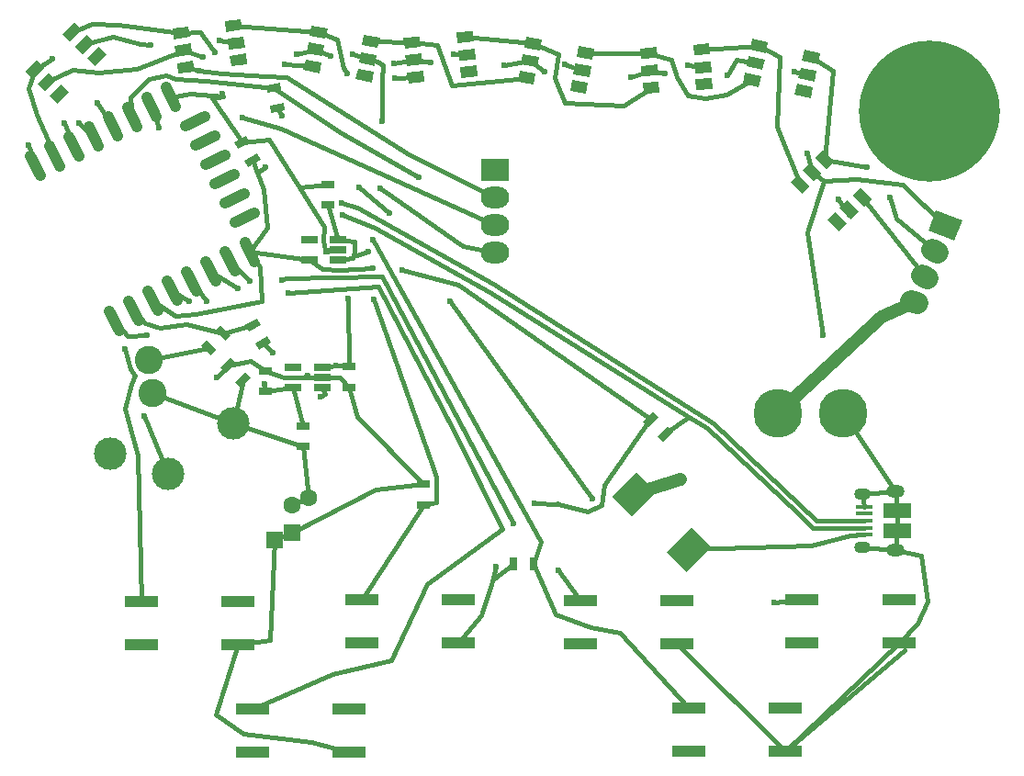
<source format=gtl>
G04 #@! TF.FileFunction,Copper,L1,Top,Signal*
%FSLAX46Y46*%
G04 Gerber Fmt 4.6, Leading zero omitted, Abs format (unit mm)*
G04 Created by KiCad (PCBNEW 4.0.7-e2-6376~58~ubuntu16.04.1) date Tue Mar 27 00:42:42 2018*
%MOMM*%
%LPD*%
G01*
G04 APERTURE LIST*
%ADD10C,0.100000*%
%ADD11R,1.300000X0.700000*%
%ADD12C,1.000000*%
%ADD13C,3.000000*%
%ADD14C,2.600000*%
%ADD15C,2.000000*%
%ADD16R,1.600000X1.600000*%
%ADD17C,1.600000*%
%ADD18R,0.700000X1.300000*%
%ADD19R,1.560000X0.650000*%
%ADD20R,3.100000X1.000000*%
%ADD21C,4.500000*%
%ADD22R,1.650000X0.400000*%
%ADD23O,1.500000X1.100000*%
%ADD24O,1.700000X1.200000*%
%ADD25R,2.500000X1.430000*%
%ADD26C,13.000000*%
%ADD27R,2.600000X2.000000*%
%ADD28O,2.600000X2.000000*%
%ADD29C,0.600000*%
%ADD30C,0.381000*%
%ADD31C,1.143000*%
G04 APERTURE END LIST*
D10*
D11*
X113460000Y-66660000D03*
X113460000Y-64760000D03*
D10*
G36*
X109369619Y-60591142D02*
X110288858Y-61510381D01*
X109793883Y-62005356D01*
X108874644Y-61086117D01*
X109369619Y-60591142D01*
X109369619Y-60591142D01*
G37*
G36*
X108026117Y-61934644D02*
X108945356Y-62853883D01*
X108450381Y-63348858D01*
X107531142Y-62429619D01*
X108026117Y-61934644D01*
X108026117Y-61934644D01*
G37*
G36*
X112128858Y-65389619D02*
X111209619Y-66308858D01*
X110714644Y-65813883D01*
X111633883Y-64894644D01*
X112128858Y-65389619D01*
X112128858Y-65389619D01*
G37*
G36*
X110785356Y-64046117D02*
X109866117Y-64965356D01*
X109371142Y-64470381D01*
X110290381Y-63551142D01*
X110785356Y-64046117D01*
X110785356Y-64046117D01*
G37*
D11*
X121170000Y-64400000D03*
X121170000Y-66300000D03*
D10*
G36*
X113032917Y-45340833D02*
X111907083Y-45990833D01*
X111557083Y-45384615D01*
X112682917Y-44734615D01*
X113032917Y-45340833D01*
X113032917Y-45340833D01*
G37*
G36*
X112082917Y-43695385D02*
X110957083Y-44345385D01*
X110607083Y-43739167D01*
X111732917Y-43089167D01*
X112082917Y-43695385D01*
X112082917Y-43695385D01*
G37*
D11*
X119220000Y-49510000D03*
X119220000Y-47610000D03*
D12*
X100012894Y-61041031D02*
X99104914Y-59259017D01*
X101794907Y-60133050D02*
X100886927Y-58351036D01*
X103576921Y-59225069D02*
X102668941Y-57443055D01*
X105358934Y-58317088D02*
X104450954Y-56535074D01*
X107140947Y-57409107D02*
X106232967Y-55627093D01*
X108922960Y-56501126D02*
X108014980Y-54719112D01*
X110704973Y-55593145D02*
X109796993Y-53811131D01*
X112486986Y-54685164D02*
X111579006Y-52903150D01*
X112453038Y-50213157D02*
X110671024Y-51121137D01*
X111545057Y-48431144D02*
X109763043Y-49339124D01*
X110637076Y-46649131D02*
X108855062Y-47557111D01*
X109729095Y-44867117D02*
X107947081Y-45775097D01*
X108821114Y-43085104D02*
X107039100Y-43993084D01*
X107913133Y-41303091D02*
X106131119Y-42211071D01*
X104315158Y-38647045D02*
X105223138Y-40429059D01*
X102533145Y-39555026D02*
X103441125Y-41337040D01*
X100751132Y-40463007D02*
X101659112Y-42245021D01*
X98969119Y-41370988D02*
X99877099Y-43153002D01*
X97187106Y-42278969D02*
X98095086Y-44060983D01*
X95405093Y-43186950D02*
X96313073Y-44968964D01*
X93623079Y-44094931D02*
X94531059Y-45876945D01*
X91841066Y-45002912D02*
X92749046Y-46784926D01*
D13*
X99198075Y-72451614D03*
D14*
X102756765Y-63778914D03*
X103105933Y-66800186D03*
D13*
X110554260Y-69616643D03*
X104533171Y-74281027D03*
D10*
G36*
X175329268Y-49965828D02*
X177739946Y-50939805D01*
X176990732Y-52794172D01*
X174580054Y-51820195D01*
X175329268Y-49965828D01*
X175329268Y-49965828D01*
G37*
D15*
X175486654Y-53847429D02*
X174930344Y-53622665D01*
X174535154Y-56202476D02*
X173978844Y-55977712D01*
X173583653Y-58557523D02*
X173027343Y-58332759D01*
D16*
X115900000Y-79680000D03*
D17*
X115900000Y-77180000D03*
D16*
X114300000Y-80350937D03*
D17*
X117500000Y-76509063D03*
D10*
G36*
X114002917Y-62180833D02*
X112877083Y-62830833D01*
X112527083Y-62224615D01*
X113652917Y-61574615D01*
X114002917Y-62180833D01*
X114002917Y-62180833D01*
G37*
G36*
X113052917Y-60535385D02*
X111927083Y-61185385D01*
X111577083Y-60579167D01*
X112702917Y-59929167D01*
X113052917Y-60535385D01*
X113052917Y-60535385D01*
G37*
G36*
X115275868Y-40787378D02*
X113995618Y-41013121D01*
X113874064Y-40323756D01*
X115154314Y-40098013D01*
X115275868Y-40787378D01*
X115275868Y-40787378D01*
G37*
G36*
X114945936Y-38916244D02*
X113665686Y-39141987D01*
X113544132Y-38452622D01*
X114824382Y-38226879D01*
X114945936Y-38916244D01*
X114945936Y-38916244D01*
G37*
D18*
X136320000Y-82600000D03*
X138220000Y-82600000D03*
D11*
X116960000Y-69840000D03*
X116960000Y-71740000D03*
X128020000Y-77150000D03*
X128020000Y-75250000D03*
D19*
X118720000Y-66320000D03*
X118720000Y-65370000D03*
X118720000Y-64420000D03*
X116020000Y-64420000D03*
X116020000Y-66320000D03*
X120210000Y-54590000D03*
X120210000Y-53640000D03*
X120210000Y-52690000D03*
X117510000Y-52690000D03*
X117510000Y-54590000D03*
D10*
G36*
X98100559Y-34905076D02*
X98807665Y-35612182D01*
X97747005Y-36672842D01*
X97039899Y-35965736D01*
X98100559Y-34905076D01*
X98100559Y-34905076D01*
G37*
G36*
X97004544Y-33809061D02*
X97711650Y-34516167D01*
X96650990Y-35576827D01*
X95943884Y-34869721D01*
X97004544Y-33809061D01*
X97004544Y-33809061D01*
G37*
G36*
X95837818Y-32642335D02*
X96544924Y-33349441D01*
X95484264Y-34410101D01*
X94777158Y-33702995D01*
X95837818Y-32642335D01*
X95837818Y-32642335D01*
G37*
G36*
X92372995Y-36107158D02*
X93080101Y-36814264D01*
X92019441Y-37874924D01*
X91312335Y-37167818D01*
X92372995Y-36107158D01*
X92372995Y-36107158D01*
G37*
G36*
X93504365Y-37238529D02*
X94211471Y-37945635D01*
X93150811Y-39006295D01*
X92443705Y-38299189D01*
X93504365Y-37238529D01*
X93504365Y-37238529D01*
G37*
G36*
X94635736Y-38369899D02*
X95342842Y-39077005D01*
X94282182Y-40137665D01*
X93575076Y-39430559D01*
X94635736Y-38369899D01*
X94635736Y-38369899D01*
G37*
G36*
X111671949Y-35513941D02*
X111811122Y-36504209D01*
X110325719Y-36712969D01*
X110186546Y-35722701D01*
X111671949Y-35513941D01*
X111671949Y-35513941D01*
G37*
G36*
X111456230Y-33979025D02*
X111595403Y-34969293D01*
X110110000Y-35178053D01*
X109970827Y-34187785D01*
X111456230Y-33979025D01*
X111456230Y-33979025D01*
G37*
G36*
X111226595Y-32345083D02*
X111365768Y-33335351D01*
X109880365Y-33544111D01*
X109741192Y-32553843D01*
X111226595Y-32345083D01*
X111226595Y-32345083D01*
G37*
G36*
X106374281Y-33027031D02*
X106513454Y-34017299D01*
X105028051Y-34226059D01*
X104888878Y-33235791D01*
X106374281Y-33027031D01*
X106374281Y-33027031D01*
G37*
G36*
X106596958Y-34611460D02*
X106736131Y-35601728D01*
X105250728Y-35810488D01*
X105111555Y-34820220D01*
X106596958Y-34611460D01*
X106596958Y-34611460D01*
G37*
G36*
X106819635Y-36195889D02*
X106958808Y-37186157D01*
X105473405Y-37394917D01*
X105334232Y-36404649D01*
X106819635Y-36195889D01*
X106819635Y-36195889D01*
G37*
G36*
X123470372Y-37188962D02*
X123296724Y-38173770D01*
X121819512Y-37913298D01*
X121993160Y-36928490D01*
X123470372Y-37188962D01*
X123470372Y-37188962D01*
G37*
G36*
X123739527Y-35662510D02*
X123565879Y-36647318D01*
X122088667Y-36386846D01*
X122262315Y-35402038D01*
X123739527Y-35662510D01*
X123739527Y-35662510D01*
G37*
G36*
X124026046Y-34037578D02*
X123852398Y-35022386D01*
X122375186Y-34761914D01*
X122548834Y-33777106D01*
X124026046Y-34037578D01*
X124026046Y-34037578D01*
G37*
G36*
X119200488Y-33186702D02*
X119026840Y-34171510D01*
X117549628Y-33911038D01*
X117723276Y-32926230D01*
X119200488Y-33186702D01*
X119200488Y-33186702D01*
G37*
G36*
X118922651Y-34762394D02*
X118749003Y-35747202D01*
X117271791Y-35486730D01*
X117445439Y-34501922D01*
X118922651Y-34762394D01*
X118922651Y-34762394D01*
G37*
G36*
X118644814Y-36338086D02*
X118471166Y-37322894D01*
X116993954Y-37062422D01*
X117167602Y-36077614D01*
X118644814Y-36338086D01*
X118644814Y-36338086D01*
G37*
G36*
X132917451Y-36609483D02*
X133021980Y-37604005D01*
X131530197Y-37760797D01*
X131425668Y-36766275D01*
X132917451Y-36609483D01*
X132917451Y-36609483D01*
G37*
G36*
X132755432Y-35067974D02*
X132859961Y-36062496D01*
X131368178Y-36219288D01*
X131263649Y-35224766D01*
X132755432Y-35067974D01*
X132755432Y-35067974D01*
G37*
G36*
X132582960Y-33427013D02*
X132687489Y-34421535D01*
X131195706Y-34578327D01*
X131091177Y-33583805D01*
X132582960Y-33427013D01*
X132582960Y-33427013D01*
G37*
G36*
X127709803Y-33939203D02*
X127814332Y-34933725D01*
X126322549Y-35090517D01*
X126218020Y-34095995D01*
X127709803Y-33939203D01*
X127709803Y-33939203D01*
G37*
G36*
X127877048Y-35530438D02*
X127981577Y-36524960D01*
X126489794Y-36681752D01*
X126385265Y-35687230D01*
X127877048Y-35530438D01*
X127877048Y-35530438D01*
G37*
G36*
X128044294Y-37121673D02*
X128148823Y-38116195D01*
X126657040Y-38272987D01*
X126552511Y-37278465D01*
X128044294Y-37121673D01*
X128044294Y-37121673D01*
G37*
G36*
X143240372Y-38248962D02*
X143066724Y-39233770D01*
X141589512Y-38973298D01*
X141763160Y-37988490D01*
X143240372Y-38248962D01*
X143240372Y-38248962D01*
G37*
G36*
X143509527Y-36722510D02*
X143335879Y-37707318D01*
X141858667Y-37446846D01*
X142032315Y-36462038D01*
X143509527Y-36722510D01*
X143509527Y-36722510D01*
G37*
G36*
X143796046Y-35097578D02*
X143622398Y-36082386D01*
X142145186Y-35821914D01*
X142318834Y-34837106D01*
X143796046Y-35097578D01*
X143796046Y-35097578D01*
G37*
G36*
X138970488Y-34246702D02*
X138796840Y-35231510D01*
X137319628Y-34971038D01*
X137493276Y-33986230D01*
X138970488Y-34246702D01*
X138970488Y-34246702D01*
G37*
G36*
X138692651Y-35822394D02*
X138519003Y-36807202D01*
X137041791Y-36546730D01*
X137215439Y-35561922D01*
X138692651Y-35822394D01*
X138692651Y-35822394D01*
G37*
G36*
X138414814Y-37398086D02*
X138241166Y-38382894D01*
X136763954Y-38122422D01*
X136937602Y-37137614D01*
X138414814Y-37398086D01*
X138414814Y-37398086D01*
G37*
G36*
X154638937Y-37794100D02*
X154708693Y-38791664D01*
X153212347Y-38896298D01*
X153142591Y-37898734D01*
X154638937Y-37794100D01*
X154638937Y-37794100D01*
G37*
G36*
X154530815Y-36247876D02*
X154600571Y-37245440D01*
X153104225Y-37350074D01*
X153034469Y-36352510D01*
X154530815Y-36247876D01*
X154530815Y-36247876D01*
G37*
G36*
X154415717Y-34601895D02*
X154485473Y-35599459D01*
X152989127Y-35704093D01*
X152919371Y-34706529D01*
X154415717Y-34601895D01*
X154415717Y-34601895D01*
G37*
G36*
X149527653Y-34943702D02*
X149597409Y-35941266D01*
X148101063Y-36045900D01*
X148031307Y-35048336D01*
X149527653Y-34943702D01*
X149527653Y-34943702D01*
G37*
G36*
X149639263Y-36539804D02*
X149709019Y-37537368D01*
X148212673Y-37642002D01*
X148142917Y-36644438D01*
X149639263Y-36539804D01*
X149639263Y-36539804D01*
G37*
G36*
X149750873Y-38135907D02*
X149820629Y-39133471D01*
X148324283Y-39238105D01*
X148254527Y-38240541D01*
X149750873Y-38135907D01*
X149750873Y-38135907D01*
G37*
G36*
X163961370Y-38646280D02*
X163753458Y-39624428D01*
X162286236Y-39312560D01*
X162494148Y-38334412D01*
X163961370Y-38646280D01*
X163961370Y-38646280D01*
G37*
G36*
X164283633Y-37130151D02*
X164075721Y-38108299D01*
X162608499Y-37796431D01*
X162816411Y-36818283D01*
X164283633Y-37130151D01*
X164283633Y-37130151D01*
G37*
G36*
X164626687Y-35516207D02*
X164418775Y-36494355D01*
X162951553Y-36182487D01*
X163159465Y-35204339D01*
X164626687Y-35516207D01*
X164626687Y-35516207D01*
G37*
G36*
X159833764Y-34497440D02*
X159625852Y-35475588D01*
X158158630Y-35163720D01*
X158366542Y-34185572D01*
X159833764Y-34497440D01*
X159833764Y-34497440D01*
G37*
G36*
X159501105Y-36062476D02*
X159293193Y-37040624D01*
X157825971Y-36728756D01*
X158033883Y-35750608D01*
X159501105Y-36062476D01*
X159501105Y-36062476D01*
G37*
G36*
X159168447Y-37627513D02*
X158960535Y-38605661D01*
X157493313Y-38293793D01*
X157701225Y-37315645D01*
X159168447Y-37627513D01*
X159168447Y-37627513D01*
G37*
G36*
X167104924Y-51200559D02*
X166397818Y-51907665D01*
X165337158Y-50847005D01*
X166044264Y-50139899D01*
X167104924Y-51200559D01*
X167104924Y-51200559D01*
G37*
G36*
X168200939Y-50104544D02*
X167493833Y-50811650D01*
X166433173Y-49750990D01*
X167140279Y-49043884D01*
X168200939Y-50104544D01*
X168200939Y-50104544D01*
G37*
G36*
X169367665Y-48937818D02*
X168660559Y-49644924D01*
X167599899Y-48584264D01*
X168307005Y-47877158D01*
X169367665Y-48937818D01*
X169367665Y-48937818D01*
G37*
G36*
X165902842Y-45472995D02*
X165195736Y-46180101D01*
X164135076Y-45119441D01*
X164842182Y-44412335D01*
X165902842Y-45472995D01*
X165902842Y-45472995D01*
G37*
G36*
X164771471Y-46604365D02*
X164064365Y-47311471D01*
X163003705Y-46250811D01*
X163710811Y-45543705D01*
X164771471Y-46604365D01*
X164771471Y-46604365D01*
G37*
G36*
X163640101Y-47735736D02*
X162932995Y-48442842D01*
X161872335Y-47382182D01*
X162579441Y-46675076D01*
X163640101Y-47735736D01*
X163640101Y-47735736D01*
G37*
D20*
X102055000Y-86040000D03*
X102055000Y-90040000D03*
X110965000Y-90040000D03*
X110965000Y-86040000D03*
X112275000Y-95930000D03*
X112275000Y-99930000D03*
X121185000Y-99930000D03*
X121185000Y-95930000D03*
X122335000Y-85870000D03*
X122335000Y-89870000D03*
X131245000Y-89870000D03*
X131245000Y-85870000D03*
X142535000Y-85930000D03*
X142535000Y-89930000D03*
X151445000Y-89930000D03*
X151445000Y-85930000D03*
X162955000Y-85860000D03*
X162955000Y-89860000D03*
X171865000Y-89860000D03*
X171865000Y-85860000D03*
X152515000Y-95840000D03*
X152515000Y-99840000D03*
X161425000Y-99840000D03*
X161425000Y-95840000D03*
D21*
X166700000Y-68700000D03*
X160700000Y-68700000D03*
D22*
X168650000Y-79900000D03*
X168650000Y-79250000D03*
X168650000Y-78600000D03*
X168650000Y-77950000D03*
X168650000Y-77300000D03*
D23*
X168530000Y-81020000D03*
X168530000Y-76180000D03*
D24*
X171530000Y-81330000D03*
X171530000Y-75870000D03*
D25*
X171770000Y-79560000D03*
X171770000Y-77640000D03*
D10*
G36*
X150474974Y-81467716D02*
X152737716Y-79204974D01*
X154576194Y-81043452D01*
X152313452Y-83306194D01*
X150474974Y-81467716D01*
X150474974Y-81467716D01*
G37*
G36*
X145383806Y-76376548D02*
X147646548Y-74113806D01*
X149485026Y-75952284D01*
X147222284Y-78215026D01*
X145383806Y-76376548D01*
X145383806Y-76376548D01*
G37*
G36*
X148281142Y-69450381D02*
X149200381Y-68531142D01*
X149695356Y-69026117D01*
X148776117Y-69945356D01*
X148281142Y-69450381D01*
X148281142Y-69450381D01*
G37*
G36*
X149624644Y-70793883D02*
X150543883Y-69874644D01*
X151038858Y-70369619D01*
X150119619Y-71288858D01*
X149624644Y-70793883D01*
X149624644Y-70793883D01*
G37*
D26*
X174680000Y-40850000D03*
D27*
X134615000Y-46270000D03*
D28*
X134615000Y-48810000D03*
X134615000Y-51350000D03*
X134615000Y-53890000D03*
D29*
X114160000Y-63110000D03*
X113440000Y-66020000D03*
X117350000Y-65210000D03*
X119080000Y-53785000D03*
X108995000Y-65350000D03*
X164900000Y-61525000D03*
X163475000Y-44730000D03*
X156060000Y-37570000D03*
X150285000Y-37350000D03*
X139210000Y-37185000D03*
X147220000Y-37675000D03*
X128750000Y-36350000D03*
X135480000Y-36575000D03*
X119480000Y-35785000D03*
X125365000Y-36460000D03*
X116350000Y-35560000D03*
X109515000Y-39245000D03*
X107690000Y-35800000D03*
X102345000Y-68985000D03*
X124090000Y-47970000D03*
X121090000Y-58085000D03*
X118530000Y-67140000D03*
X120005000Y-64315000D03*
X122935000Y-53765000D03*
X124250000Y-41800000D03*
X151770000Y-74825000D03*
X166340000Y-48960000D03*
X162280000Y-37170000D03*
X152400000Y-36580000D03*
X141110000Y-36530000D03*
X130830000Y-35620000D03*
X121550000Y-35620000D03*
X109210000Y-34310000D03*
X102920000Y-34750000D03*
X123430000Y-55320000D03*
X126065000Y-55515000D03*
X134700000Y-82840000D03*
X138330000Y-76975000D03*
X113445000Y-46005000D03*
X114970000Y-41230000D03*
X106440000Y-58400000D03*
X102570000Y-61500000D03*
X108100000Y-58320000D03*
X100570000Y-62775000D03*
X115030000Y-56390000D03*
X112045000Y-56470000D03*
X140515000Y-83170000D03*
X136370000Y-78840000D03*
X122100000Y-47835000D03*
X124905000Y-50250000D03*
X123495000Y-58225000D03*
X103630000Y-42365000D03*
X127600000Y-46910000D03*
X130480000Y-58395000D03*
X143610000Y-76585000D03*
X160430000Y-86110000D03*
X98005000Y-40050000D03*
X123425000Y-52650000D03*
X107420000Y-37130000D03*
X93840000Y-36050000D03*
X171095000Y-48790000D03*
X168960000Y-46025000D03*
X108800000Y-35410000D03*
X115260000Y-36545000D03*
X121035000Y-37370000D03*
X125425000Y-37780000D03*
X91630000Y-43930000D03*
X111375000Y-41405000D03*
X110905000Y-57160000D03*
X115595000Y-57570000D03*
X120520000Y-49330000D03*
X94975000Y-41960000D03*
X96255000Y-41910000D03*
X120585000Y-50370000D03*
D30*
X116020000Y-66320000D02*
X116960000Y-69840000D01*
X113460000Y-66660000D02*
X113440000Y-66020000D01*
X114160000Y-63110000D02*
X113265000Y-62202724D01*
X113460000Y-66660000D02*
X116020000Y-66320000D01*
X119220000Y-47610000D02*
X116580359Y-47884391D01*
X116580359Y-47884391D02*
X116580359Y-47884390D01*
X118720000Y-65370000D02*
X120335000Y-65400000D01*
X120335000Y-65400000D02*
X121170000Y-66300000D01*
X121170000Y-66300000D02*
X121940000Y-69070000D01*
X121940000Y-69070000D02*
X128020000Y-75250000D01*
X116930441Y-65364916D02*
X117350000Y-65210000D01*
X119080000Y-53785000D02*
X120210000Y-53640000D01*
X108995000Y-65350000D02*
X110078249Y-64258249D01*
X114300000Y-80350937D02*
X113940000Y-89575000D01*
X113940000Y-89575000D02*
X110965000Y-90040000D01*
X115900000Y-79680000D02*
X114300000Y-80350937D01*
X128020000Y-75250000D02*
X123660000Y-75715000D01*
X123660000Y-75715000D02*
X115900000Y-79680000D01*
X161425000Y-99840000D02*
X171865000Y-89860000D01*
X164979064Y-47284265D02*
X163450000Y-52025000D01*
X163450000Y-52025000D02*
X164900000Y-61525000D01*
X163887588Y-46427588D02*
X164979064Y-47284265D01*
X164979064Y-47284265D02*
X164980000Y-47285000D01*
X164980000Y-47285000D02*
X167985000Y-47080000D01*
X167985000Y-47080000D02*
X172210000Y-47630000D01*
X172210000Y-47630000D02*
X176160000Y-51380000D01*
X163475000Y-44730000D02*
X163887588Y-46427588D01*
X158663538Y-36395616D02*
X156930000Y-36130000D01*
X156930000Y-36130000D02*
X156910000Y-36130000D01*
X156910000Y-36130000D02*
X156060000Y-37570000D01*
X150285000Y-37350000D02*
X148925968Y-37090903D01*
X137867221Y-36184562D02*
X139210000Y-37185000D01*
X147220000Y-37675000D02*
X148925968Y-37090903D01*
X127183421Y-36106095D02*
X128750000Y-36350000D01*
X135480000Y-36575000D02*
X137867221Y-36184562D01*
X118097221Y-35124562D02*
X119480000Y-35785000D01*
X125365000Y-36460000D02*
X127183421Y-36106095D01*
X110965000Y-90040000D02*
X108910000Y-96450000D01*
X108910000Y-96450000D02*
X111455000Y-98210000D01*
X111455000Y-98210000D02*
X117710000Y-99020000D01*
X117710000Y-99020000D02*
X121185000Y-99930000D01*
X171865000Y-89860000D02*
X173590000Y-88095000D01*
X173590000Y-88095000D02*
X174540000Y-86025000D01*
X174540000Y-86025000D02*
X173900000Y-81835000D01*
X173900000Y-81835000D02*
X171530000Y-81330000D01*
X161425000Y-99840000D02*
X172375000Y-90500000D01*
X151445000Y-89930000D02*
X161425000Y-99840000D01*
X171530000Y-81330000D02*
X168530000Y-81020000D01*
X171770000Y-79560000D02*
X171530000Y-81330000D01*
X171770000Y-77640000D02*
X171770000Y-79560000D01*
X171770000Y-77640000D02*
X171530000Y-75870000D01*
X168530000Y-76180000D02*
X168650000Y-77300000D01*
X171530000Y-75870000D02*
X168530000Y-76180000D01*
X166700000Y-68700000D02*
X171530000Y-75870000D01*
X118097221Y-35124562D02*
X116350000Y-35560000D01*
X93327588Y-38122412D02*
X95690000Y-37020000D01*
X101590000Y-36930000D02*
X105923843Y-35210974D01*
X98080000Y-37260000D02*
X101590000Y-36930000D01*
X95690000Y-37020000D02*
X98080000Y-37260000D01*
X105923843Y-35210974D02*
X107690000Y-35800000D01*
X109515000Y-39245000D02*
X109549293Y-39459502D01*
X120210000Y-53640000D02*
X119010000Y-53600000D01*
X113790000Y-43480000D02*
X111345000Y-43717276D01*
X118890000Y-51530000D02*
X116580359Y-47884390D01*
X116580359Y-47884390D02*
X113790000Y-43480000D01*
X118810000Y-52770000D02*
X118890000Y-51530000D01*
X119010000Y-53600000D02*
X118810000Y-52770000D01*
X111345000Y-43717276D02*
X108570000Y-39620000D01*
X106510000Y-39230000D02*
X104769148Y-39538052D01*
X108570000Y-39620000D02*
X109549293Y-39459502D01*
X109549293Y-39459502D02*
X106510000Y-39230000D01*
X113460000Y-64760000D02*
X115200000Y-65360000D01*
X115200000Y-65360000D02*
X116930441Y-65364916D01*
X116930441Y-65364916D02*
X118720000Y-65370000D01*
X110078249Y-64258249D02*
X112150000Y-63840000D01*
X112150000Y-63840000D02*
X113460000Y-64760000D01*
X109581751Y-61298249D02*
X106170000Y-60470000D01*
X102390000Y-60390000D02*
X101340917Y-59242043D01*
X103770000Y-60800000D02*
X102390000Y-60390000D01*
X106170000Y-60470000D02*
X103770000Y-60800000D01*
X112315000Y-60557276D02*
X109581751Y-61298249D01*
X104533171Y-74281027D02*
X102345000Y-68985000D01*
X102756765Y-63778914D02*
X108238249Y-62641751D01*
X117500000Y-76509063D02*
X115900000Y-77180000D01*
X116960000Y-71740000D02*
X117500000Y-76509063D01*
X110554260Y-69616643D02*
X116960000Y-71740000D01*
X110554260Y-69616643D02*
X111421751Y-65601751D01*
X103105933Y-66800186D02*
X110554260Y-69616643D01*
X134615000Y-53890000D02*
X131710000Y-53265000D01*
X131710000Y-53265000D02*
X125160000Y-48730000D01*
X125160000Y-48730000D02*
X124090000Y-47970000D01*
X119220000Y-49510000D02*
X120210000Y-52690000D01*
X121170000Y-64400000D02*
X121090000Y-58085000D01*
X120005000Y-64315000D02*
X118720000Y-64420000D01*
X119012900Y-66930208D02*
X118530000Y-67140000D01*
X120005000Y-64315000D02*
X121170000Y-64400000D01*
X119012900Y-66930208D02*
X118720000Y-66320000D01*
X121577471Y-54228880D02*
X122935000Y-53765000D01*
X124250000Y-41800000D02*
X124235000Y-37915000D01*
X124235000Y-37915000D02*
X124360000Y-36635000D01*
X124360000Y-36635000D02*
X123850000Y-36290000D01*
X123850000Y-36290000D02*
X122914097Y-36024678D01*
X120210000Y-54590000D02*
X121535000Y-54420000D01*
X121535000Y-54420000D02*
X121577471Y-54228880D01*
X121577471Y-54228880D02*
X121685000Y-53745000D01*
X121685000Y-53745000D02*
X121685000Y-52820000D01*
X121685000Y-52820000D02*
X120210000Y-52690000D01*
D31*
X147434416Y-76164416D02*
X151770000Y-74825000D01*
X160700000Y-68700000D02*
X170265000Y-59820000D01*
X170265000Y-59820000D02*
X173305498Y-58445141D01*
D30*
X166340000Y-48960000D02*
X167227056Y-50397767D01*
X152400000Y-36580000D02*
X153817520Y-36798975D01*
X141110000Y-36530000D02*
X142684097Y-37084678D01*
X130830000Y-35620000D02*
X132061805Y-35643631D01*
X121550000Y-35620000D02*
X122914097Y-36024678D01*
X96827767Y-34692944D02*
X99410000Y-33940000D01*
X109210000Y-34310000D02*
X110783115Y-34578539D01*
X101960000Y-34640000D02*
X102920000Y-34750000D01*
X99410000Y-33940000D02*
X101960000Y-34640000D01*
X162280000Y-37170000D02*
X163576066Y-37498291D01*
X131290000Y-56841660D02*
X148988249Y-69238249D01*
X117510000Y-54590000D02*
X118690000Y-55365000D01*
X118690000Y-55365000D02*
X120365000Y-55445000D01*
X120365000Y-55445000D02*
X123430000Y-55320000D01*
X126065000Y-55515000D02*
X131290000Y-56841660D01*
X131290000Y-56841660D02*
X131185000Y-56815000D01*
X140510000Y-77032232D02*
X143195000Y-77730000D01*
X143195000Y-77730000D02*
X144480000Y-77170000D01*
X144480000Y-77170000D02*
X144700000Y-75270000D01*
X144700000Y-75270000D02*
X148988249Y-69238249D01*
X134390671Y-84193215D02*
X134700000Y-82840000D01*
X138330000Y-76975000D02*
X140510000Y-77032232D01*
X140510000Y-77032232D02*
X140425000Y-77030000D01*
X131245000Y-89870000D02*
X133420000Y-87335000D01*
X133420000Y-87335000D02*
X134390671Y-84193215D01*
X134390671Y-84193215D02*
X134455000Y-83985000D01*
X134455000Y-83985000D02*
X136320000Y-82600000D01*
X112730550Y-46476277D02*
X113445000Y-46005000D01*
X114970000Y-41230000D02*
X114574966Y-40555567D01*
X117510000Y-54590000D02*
X112032996Y-53794157D01*
X112032996Y-53794157D02*
X113630000Y-51610000D01*
X113350000Y-48060000D02*
X112730550Y-46476277D01*
X112730550Y-46476277D02*
X112295000Y-45362724D01*
X113630000Y-51610000D02*
X113350000Y-48060000D01*
X103122931Y-58334062D02*
X105160000Y-59690000D01*
X112980000Y-55250000D02*
X112032996Y-53794157D01*
X113180000Y-58360000D02*
X112980000Y-55250000D01*
X107020000Y-59560000D02*
X113180000Y-58360000D01*
X105160000Y-59690000D02*
X107020000Y-59560000D01*
X99558904Y-60150024D02*
X100780000Y-61620000D01*
X106440000Y-58400000D02*
X104904944Y-57426081D01*
X100780000Y-61620000D02*
X102570000Y-61500000D01*
X108100000Y-58320000D02*
X106686957Y-56518100D01*
X100505000Y-68255000D02*
X101115000Y-65975000D01*
X101115000Y-65975000D02*
X101435000Y-65225000D01*
X101435000Y-65225000D02*
X101055000Y-64650000D01*
X101055000Y-64650000D02*
X100570000Y-62775000D01*
X102055000Y-86040000D02*
X101680000Y-72585000D01*
X101680000Y-72585000D02*
X100505000Y-68255000D01*
X115355000Y-56266906D02*
X115030000Y-56390000D01*
X112045000Y-56470000D02*
X110250983Y-54702138D01*
X142535000Y-85930000D02*
X140515000Y-83170000D01*
X136370000Y-78840000D02*
X124275000Y-56105000D01*
X124275000Y-56105000D02*
X115355000Y-56266906D01*
X115355000Y-56266906D02*
X115460000Y-56265000D01*
X122100000Y-47835000D02*
X124905000Y-50250000D01*
X123495000Y-58225000D02*
X129250000Y-74545000D01*
X129250000Y-74545000D02*
X129250000Y-76945000D01*
X129250000Y-76945000D02*
X128020000Y-77150000D01*
X102987135Y-40446033D02*
X103630000Y-42365000D01*
X122335000Y-85870000D02*
X128020000Y-77150000D01*
X114245034Y-38684433D02*
X120510000Y-42865000D01*
X120510000Y-42865000D02*
X127600000Y-46910000D01*
X130480000Y-58395000D02*
X143610000Y-76585000D01*
X160430000Y-86110000D02*
X162955000Y-85860000D01*
X114245034Y-38684433D02*
X107970000Y-38070000D01*
X101040000Y-39580000D02*
X101205122Y-41354014D01*
X102730000Y-37910000D02*
X101040000Y-39580000D01*
X104320000Y-37570000D02*
X102730000Y-37910000D01*
X105220000Y-37890000D02*
X104320000Y-37570000D01*
X107970000Y-38070000D02*
X105220000Y-37890000D01*
X138220000Y-82600000D02*
X140250000Y-87235000D01*
X140250000Y-87235000D02*
X143420000Y-88390000D01*
X143420000Y-88390000D02*
X146140000Y-88940000D01*
X146140000Y-88940000D02*
X152515000Y-95840000D01*
X99423109Y-42261995D02*
X98005000Y-40050000D01*
X123425000Y-52650000D02*
X138860000Y-80525000D01*
X138860000Y-80525000D02*
X138220000Y-82600000D01*
X107420000Y-37130000D02*
X109470000Y-37400000D01*
X109470000Y-37400000D02*
X113490000Y-37645000D01*
X113490000Y-37645000D02*
X115460000Y-37675000D01*
X115460000Y-37675000D02*
X126685000Y-44805000D01*
X126685000Y-44805000D02*
X134615000Y-48810000D01*
X107420000Y-37130000D02*
X106146520Y-36795403D01*
X92196218Y-36991041D02*
X93840000Y-36050000D01*
X92196218Y-36991041D02*
X91680000Y-38760000D01*
X92370000Y-41160000D02*
X94077069Y-44985938D01*
X91680000Y-38760000D02*
X92370000Y-41160000D01*
X163789120Y-35849347D02*
X165770000Y-37085000D01*
X165770000Y-37085000D02*
X165018959Y-45296218D01*
X175208499Y-53735047D02*
X171645000Y-50720000D01*
X171645000Y-50720000D02*
X171095000Y-48790000D01*
X168960000Y-46025000D02*
X165018959Y-45296218D01*
X168483782Y-48761041D02*
X174256999Y-56090094D01*
X105701166Y-33626545D02*
X107485000Y-33530000D01*
X107485000Y-33530000D02*
X108800000Y-35410000D01*
X115260000Y-36545000D02*
X117819384Y-36700254D01*
X95661041Y-33526218D02*
X97510000Y-32810000D01*
X99960000Y-32870000D02*
X105701166Y-33626545D01*
X97510000Y-32810000D02*
X99960000Y-32870000D01*
X118375058Y-33548870D02*
X120075000Y-34230000D01*
X120075000Y-34230000D02*
X120685000Y-36820000D01*
X120685000Y-36820000D02*
X121035000Y-37370000D01*
X125425000Y-37780000D02*
X127350667Y-37697330D01*
X110553480Y-32944597D02*
X118375058Y-33548870D01*
X137589384Y-37760254D02*
X130690000Y-38440000D01*
X130690000Y-38440000D02*
X129355000Y-34700000D01*
X129355000Y-34700000D02*
X127016176Y-34514860D01*
X123200616Y-34399746D02*
X127016176Y-34514860D01*
X138145058Y-34608870D02*
X140450000Y-35600000D01*
X140450000Y-35600000D02*
X140165000Y-37755000D01*
X140165000Y-37755000D02*
X141080000Y-40050000D01*
X141080000Y-40050000D02*
X146530000Y-40295000D01*
X146530000Y-40295000D02*
X149037578Y-38687006D01*
X131889333Y-34002670D02*
X138145058Y-34608870D01*
X148814358Y-35494801D02*
X150935000Y-36130000D01*
X150935000Y-36130000D02*
X151385000Y-37735000D01*
X151385000Y-37735000D02*
X152440000Y-39360000D01*
X152440000Y-39360000D02*
X154045000Y-39685000D01*
X154045000Y-39685000D02*
X155995000Y-39320000D01*
X155995000Y-39320000D02*
X158330880Y-37960653D01*
X142970616Y-35459746D02*
X148814358Y-35494801D01*
X92295056Y-45893919D02*
X91630000Y-43930000D01*
X111375000Y-41405000D02*
X114880000Y-42460000D01*
X114880000Y-42460000D02*
X134615000Y-51350000D01*
X162756218Y-47558959D02*
X160655000Y-42245000D01*
X160655000Y-42245000D02*
X160880000Y-35820000D01*
X160880000Y-35820000D02*
X158996197Y-34830580D01*
X158996197Y-34830580D02*
X153702422Y-35152994D01*
X168650000Y-79900000D02*
X167450000Y-79910000D01*
X163800000Y-80910000D02*
X152525584Y-81255584D01*
X167450000Y-79910000D02*
X163800000Y-80910000D01*
X108468970Y-55610119D02*
X110905000Y-57160000D01*
X115595000Y-57570000D02*
X123865000Y-57035000D01*
X123865000Y-57035000D02*
X130745000Y-70090000D01*
X130745000Y-70090000D02*
X135330000Y-79400000D01*
X135330000Y-79400000D02*
X128410000Y-84435000D01*
X128410000Y-84435000D02*
X125115000Y-91475000D01*
X125115000Y-91475000D02*
X119640000Y-92760000D01*
X119640000Y-92760000D02*
X112275000Y-95930000D01*
X168650000Y-78600000D02*
X164285000Y-78595000D01*
X164285000Y-78595000D02*
X154825000Y-69600000D01*
X154825000Y-69600000D02*
X134445000Y-56785000D01*
X134445000Y-56785000D02*
X121930000Y-49705000D01*
X121930000Y-49705000D02*
X120520000Y-49330000D01*
X94975000Y-41960000D02*
X95859083Y-44077957D01*
X150331751Y-70581751D02*
X152494283Y-68990609D01*
X154230000Y-70075000D02*
X162535000Y-77830000D01*
X97641096Y-43169976D02*
X96255000Y-41910000D01*
X120585000Y-50370000D02*
X123560000Y-51550000D01*
X123560000Y-51550000D02*
X134150000Y-57530000D01*
X134150000Y-57530000D02*
X152494283Y-68990609D01*
X152494283Y-68990609D02*
X154230000Y-70075000D01*
X168650000Y-79250000D02*
X163945000Y-79265000D01*
X163945000Y-79265000D02*
X162535000Y-77830000D01*
M02*

</source>
